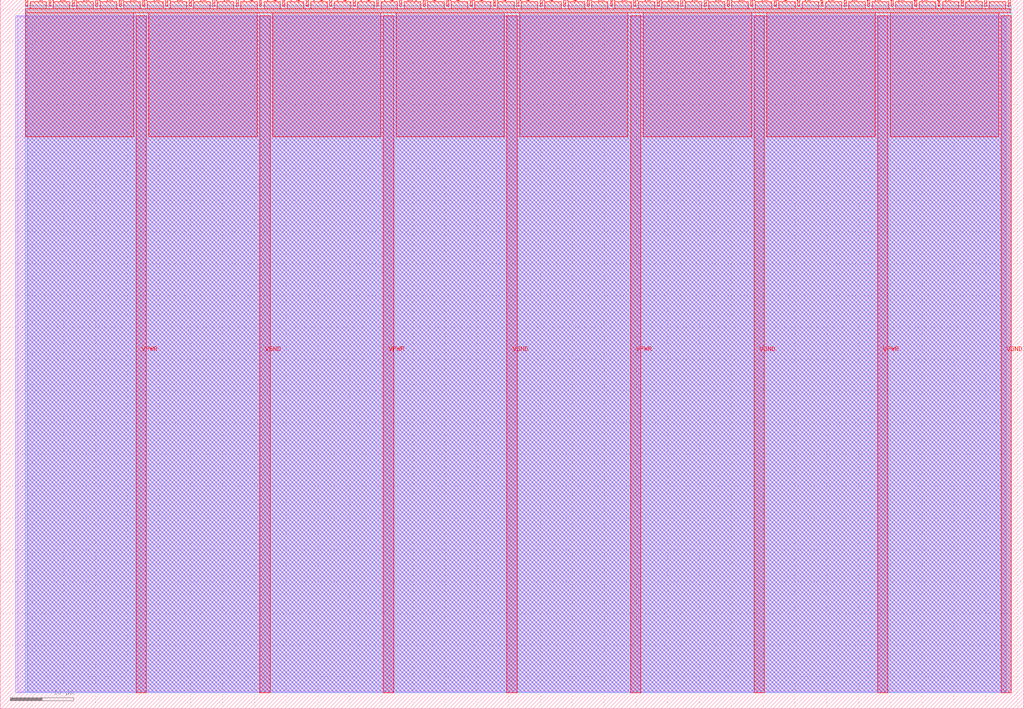
<source format=lef>
VERSION 5.7 ;
  NOWIREEXTENSIONATPIN ON ;
  DIVIDERCHAR "/" ;
  BUSBITCHARS "[]" ;
MACRO tt_um_SteffenReith_ASGTop
  CLASS BLOCK ;
  FOREIGN tt_um_SteffenReith_ASGTop ;
  ORIGIN 0.000 0.000 ;
  SIZE 161.000 BY 111.520 ;
  PIN VGND
    DIRECTION INOUT ;
    USE GROUND ;
    PORT
      LAYER met4 ;
        RECT 40.830 2.480 42.430 109.040 ;
    END
    PORT
      LAYER met4 ;
        RECT 79.700 2.480 81.300 109.040 ;
    END
    PORT
      LAYER met4 ;
        RECT 118.570 2.480 120.170 109.040 ;
    END
    PORT
      LAYER met4 ;
        RECT 157.440 2.480 159.040 109.040 ;
    END
  END VGND
  PIN VPWR
    DIRECTION INOUT ;
    USE POWER ;
    PORT
      LAYER met4 ;
        RECT 21.395 2.480 22.995 109.040 ;
    END
    PORT
      LAYER met4 ;
        RECT 60.265 2.480 61.865 109.040 ;
    END
    PORT
      LAYER met4 ;
        RECT 99.135 2.480 100.735 109.040 ;
    END
    PORT
      LAYER met4 ;
        RECT 138.005 2.480 139.605 109.040 ;
    END
  END VPWR
  PIN clk
    DIRECTION INPUT ;
    USE SIGNAL ;
    ANTENNAGATEAREA 0.852000 ;
    PORT
      LAYER met4 ;
        RECT 154.870 110.520 155.170 111.520 ;
    END
  END clk
  PIN ena
    DIRECTION INPUT ;
    USE SIGNAL ;
    ANTENNAGATEAREA 0.196500 ;
    PORT
      LAYER met4 ;
        RECT 158.550 110.520 158.850 111.520 ;
    END
  END ena
  PIN rst_n
    DIRECTION INPUT ;
    USE SIGNAL ;
    ANTENNAGATEAREA 0.196500 ;
    PORT
      LAYER met4 ;
        RECT 151.190 110.520 151.490 111.520 ;
    END
  END rst_n
  PIN ui_in[0]
    DIRECTION INPUT ;
    USE SIGNAL ;
    ANTENNAGATEAREA 0.213000 ;
    PORT
      LAYER met4 ;
        RECT 147.510 110.520 147.810 111.520 ;
    END
  END ui_in[0]
  PIN ui_in[1]
    DIRECTION INPUT ;
    USE SIGNAL ;
    ANTENNAGATEAREA 0.213000 ;
    PORT
      LAYER met4 ;
        RECT 143.830 110.520 144.130 111.520 ;
    END
  END ui_in[1]
  PIN ui_in[2]
    DIRECTION INPUT ;
    USE SIGNAL ;
    ANTENNAGATEAREA 0.196500 ;
    PORT
      LAYER met4 ;
        RECT 140.150 110.520 140.450 111.520 ;
    END
  END ui_in[2]
  PIN ui_in[3]
    DIRECTION INPUT ;
    USE SIGNAL ;
    ANTENNAGATEAREA 0.159000 ;
    PORT
      LAYER met4 ;
        RECT 136.470 110.520 136.770 111.520 ;
    END
  END ui_in[3]
  PIN ui_in[4]
    DIRECTION INPUT ;
    USE SIGNAL ;
    PORT
      LAYER met4 ;
        RECT 132.790 110.520 133.090 111.520 ;
    END
  END ui_in[4]
  PIN ui_in[5]
    DIRECTION INPUT ;
    USE SIGNAL ;
    PORT
      LAYER met4 ;
        RECT 129.110 110.520 129.410 111.520 ;
    END
  END ui_in[5]
  PIN ui_in[6]
    DIRECTION INPUT ;
    USE SIGNAL ;
    PORT
      LAYER met4 ;
        RECT 125.430 110.520 125.730 111.520 ;
    END
  END ui_in[6]
  PIN ui_in[7]
    DIRECTION INPUT ;
    USE SIGNAL ;
    PORT
      LAYER met4 ;
        RECT 121.750 110.520 122.050 111.520 ;
    END
  END ui_in[7]
  PIN uio_in[0]
    DIRECTION INPUT ;
    USE SIGNAL ;
    PORT
      LAYER met4 ;
        RECT 118.070 110.520 118.370 111.520 ;
    END
  END uio_in[0]
  PIN uio_in[1]
    DIRECTION INPUT ;
    USE SIGNAL ;
    PORT
      LAYER met4 ;
        RECT 114.390 110.520 114.690 111.520 ;
    END
  END uio_in[1]
  PIN uio_in[2]
    DIRECTION INPUT ;
    USE SIGNAL ;
    PORT
      LAYER met4 ;
        RECT 110.710 110.520 111.010 111.520 ;
    END
  END uio_in[2]
  PIN uio_in[3]
    DIRECTION INPUT ;
    USE SIGNAL ;
    PORT
      LAYER met4 ;
        RECT 107.030 110.520 107.330 111.520 ;
    END
  END uio_in[3]
  PIN uio_in[4]
    DIRECTION INPUT ;
    USE SIGNAL ;
    PORT
      LAYER met4 ;
        RECT 103.350 110.520 103.650 111.520 ;
    END
  END uio_in[4]
  PIN uio_in[5]
    DIRECTION INPUT ;
    USE SIGNAL ;
    PORT
      LAYER met4 ;
        RECT 99.670 110.520 99.970 111.520 ;
    END
  END uio_in[5]
  PIN uio_in[6]
    DIRECTION INPUT ;
    USE SIGNAL ;
    PORT
      LAYER met4 ;
        RECT 95.990 110.520 96.290 111.520 ;
    END
  END uio_in[6]
  PIN uio_in[7]
    DIRECTION INPUT ;
    USE SIGNAL ;
    PORT
      LAYER met4 ;
        RECT 92.310 110.520 92.610 111.520 ;
    END
  END uio_in[7]
  PIN uio_oe[0]
    DIRECTION OUTPUT TRISTATE ;
    USE SIGNAL ;
    PORT
      LAYER met4 ;
        RECT 29.750 110.520 30.050 111.520 ;
    END
  END uio_oe[0]
  PIN uio_oe[1]
    DIRECTION OUTPUT TRISTATE ;
    USE SIGNAL ;
    PORT
      LAYER met4 ;
        RECT 26.070 110.520 26.370 111.520 ;
    END
  END uio_oe[1]
  PIN uio_oe[2]
    DIRECTION OUTPUT TRISTATE ;
    USE SIGNAL ;
    PORT
      LAYER met4 ;
        RECT 22.390 110.520 22.690 111.520 ;
    END
  END uio_oe[2]
  PIN uio_oe[3]
    DIRECTION OUTPUT TRISTATE ;
    USE SIGNAL ;
    PORT
      LAYER met4 ;
        RECT 18.710 110.520 19.010 111.520 ;
    END
  END uio_oe[3]
  PIN uio_oe[4]
    DIRECTION OUTPUT TRISTATE ;
    USE SIGNAL ;
    PORT
      LAYER met4 ;
        RECT 15.030 110.520 15.330 111.520 ;
    END
  END uio_oe[4]
  PIN uio_oe[5]
    DIRECTION OUTPUT TRISTATE ;
    USE SIGNAL ;
    PORT
      LAYER met4 ;
        RECT 11.350 110.520 11.650 111.520 ;
    END
  END uio_oe[5]
  PIN uio_oe[6]
    DIRECTION OUTPUT TRISTATE ;
    USE SIGNAL ;
    PORT
      LAYER met4 ;
        RECT 7.670 110.520 7.970 111.520 ;
    END
  END uio_oe[6]
  PIN uio_oe[7]
    DIRECTION OUTPUT TRISTATE ;
    USE SIGNAL ;
    PORT
      LAYER met4 ;
        RECT 3.990 110.520 4.290 111.520 ;
    END
  END uio_oe[7]
  PIN uio_out[0]
    DIRECTION OUTPUT TRISTATE ;
    USE SIGNAL ;
    PORT
      LAYER met4 ;
        RECT 59.190 110.520 59.490 111.520 ;
    END
  END uio_out[0]
  PIN uio_out[1]
    DIRECTION OUTPUT TRISTATE ;
    USE SIGNAL ;
    PORT
      LAYER met4 ;
        RECT 55.510 110.520 55.810 111.520 ;
    END
  END uio_out[1]
  PIN uio_out[2]
    DIRECTION OUTPUT TRISTATE ;
    USE SIGNAL ;
    PORT
      LAYER met4 ;
        RECT 51.830 110.520 52.130 111.520 ;
    END
  END uio_out[2]
  PIN uio_out[3]
    DIRECTION OUTPUT TRISTATE ;
    USE SIGNAL ;
    PORT
      LAYER met4 ;
        RECT 48.150 110.520 48.450 111.520 ;
    END
  END uio_out[3]
  PIN uio_out[4]
    DIRECTION OUTPUT TRISTATE ;
    USE SIGNAL ;
    PORT
      LAYER met4 ;
        RECT 44.470 110.520 44.770 111.520 ;
    END
  END uio_out[4]
  PIN uio_out[5]
    DIRECTION OUTPUT TRISTATE ;
    USE SIGNAL ;
    PORT
      LAYER met4 ;
        RECT 40.790 110.520 41.090 111.520 ;
    END
  END uio_out[5]
  PIN uio_out[6]
    DIRECTION OUTPUT TRISTATE ;
    USE SIGNAL ;
    PORT
      LAYER met4 ;
        RECT 37.110 110.520 37.410 111.520 ;
    END
  END uio_out[6]
  PIN uio_out[7]
    DIRECTION OUTPUT TRISTATE ;
    USE SIGNAL ;
    PORT
      LAYER met4 ;
        RECT 33.430 110.520 33.730 111.520 ;
    END
  END uio_out[7]
  PIN uo_out[0]
    DIRECTION OUTPUT TRISTATE ;
    USE SIGNAL ;
    ANTENNADIFFAREA 0.795200 ;
    PORT
      LAYER met4 ;
        RECT 88.630 110.520 88.930 111.520 ;
    END
  END uo_out[0]
  PIN uo_out[1]
    DIRECTION OUTPUT TRISTATE ;
    USE SIGNAL ;
    PORT
      LAYER met4 ;
        RECT 84.950 110.520 85.250 111.520 ;
    END
  END uo_out[1]
  PIN uo_out[2]
    DIRECTION OUTPUT TRISTATE ;
    USE SIGNAL ;
    PORT
      LAYER met4 ;
        RECT 81.270 110.520 81.570 111.520 ;
    END
  END uo_out[2]
  PIN uo_out[3]
    DIRECTION OUTPUT TRISTATE ;
    USE SIGNAL ;
    PORT
      LAYER met4 ;
        RECT 77.590 110.520 77.890 111.520 ;
    END
  END uo_out[3]
  PIN uo_out[4]
    DIRECTION OUTPUT TRISTATE ;
    USE SIGNAL ;
    PORT
      LAYER met4 ;
        RECT 73.910 110.520 74.210 111.520 ;
    END
  END uo_out[4]
  PIN uo_out[5]
    DIRECTION OUTPUT TRISTATE ;
    USE SIGNAL ;
    PORT
      LAYER met4 ;
        RECT 70.230 110.520 70.530 111.520 ;
    END
  END uo_out[5]
  PIN uo_out[6]
    DIRECTION OUTPUT TRISTATE ;
    USE SIGNAL ;
    PORT
      LAYER met4 ;
        RECT 66.550 110.520 66.850 111.520 ;
    END
  END uo_out[6]
  PIN uo_out[7]
    DIRECTION OUTPUT TRISTATE ;
    USE SIGNAL ;
    PORT
      LAYER met4 ;
        RECT 62.870 110.520 63.170 111.520 ;
    END
  END uo_out[7]
  OBS
      LAYER li1 ;
        RECT 2.760 2.635 158.240 108.885 ;
      LAYER met1 ;
        RECT 2.460 2.480 159.040 109.040 ;
      LAYER met2 ;
        RECT 4.230 2.535 159.010 110.685 ;
      LAYER met3 ;
        RECT 3.950 2.555 159.030 110.665 ;
      LAYER met4 ;
        RECT 4.690 110.120 7.270 111.170 ;
        RECT 8.370 110.120 10.950 111.170 ;
        RECT 12.050 110.120 14.630 111.170 ;
        RECT 15.730 110.120 18.310 111.170 ;
        RECT 19.410 110.120 21.990 111.170 ;
        RECT 23.090 110.120 25.670 111.170 ;
        RECT 26.770 110.120 29.350 111.170 ;
        RECT 30.450 110.120 33.030 111.170 ;
        RECT 34.130 110.120 36.710 111.170 ;
        RECT 37.810 110.120 40.390 111.170 ;
        RECT 41.490 110.120 44.070 111.170 ;
        RECT 45.170 110.120 47.750 111.170 ;
        RECT 48.850 110.120 51.430 111.170 ;
        RECT 52.530 110.120 55.110 111.170 ;
        RECT 56.210 110.120 58.790 111.170 ;
        RECT 59.890 110.120 62.470 111.170 ;
        RECT 63.570 110.120 66.150 111.170 ;
        RECT 67.250 110.120 69.830 111.170 ;
        RECT 70.930 110.120 73.510 111.170 ;
        RECT 74.610 110.120 77.190 111.170 ;
        RECT 78.290 110.120 80.870 111.170 ;
        RECT 81.970 110.120 84.550 111.170 ;
        RECT 85.650 110.120 88.230 111.170 ;
        RECT 89.330 110.120 91.910 111.170 ;
        RECT 93.010 110.120 95.590 111.170 ;
        RECT 96.690 110.120 99.270 111.170 ;
        RECT 100.370 110.120 102.950 111.170 ;
        RECT 104.050 110.120 106.630 111.170 ;
        RECT 107.730 110.120 110.310 111.170 ;
        RECT 111.410 110.120 113.990 111.170 ;
        RECT 115.090 110.120 117.670 111.170 ;
        RECT 118.770 110.120 121.350 111.170 ;
        RECT 122.450 110.120 125.030 111.170 ;
        RECT 126.130 110.120 128.710 111.170 ;
        RECT 129.810 110.120 132.390 111.170 ;
        RECT 133.490 110.120 136.070 111.170 ;
        RECT 137.170 110.120 139.750 111.170 ;
        RECT 140.850 110.120 143.430 111.170 ;
        RECT 144.530 110.120 147.110 111.170 ;
        RECT 148.210 110.120 150.790 111.170 ;
        RECT 151.890 110.120 154.470 111.170 ;
        RECT 155.570 110.120 158.150 111.170 ;
        RECT 3.975 109.440 158.850 110.120 ;
        RECT 3.975 89.935 20.995 109.440 ;
        RECT 23.395 89.935 40.430 109.440 ;
        RECT 42.830 89.935 59.865 109.440 ;
        RECT 62.265 89.935 79.300 109.440 ;
        RECT 81.700 89.935 98.735 109.440 ;
        RECT 101.135 89.935 118.170 109.440 ;
        RECT 120.570 89.935 137.605 109.440 ;
        RECT 140.005 89.935 157.040 109.440 ;
  END
END tt_um_SteffenReith_ASGTop
END LIBRARY


</source>
